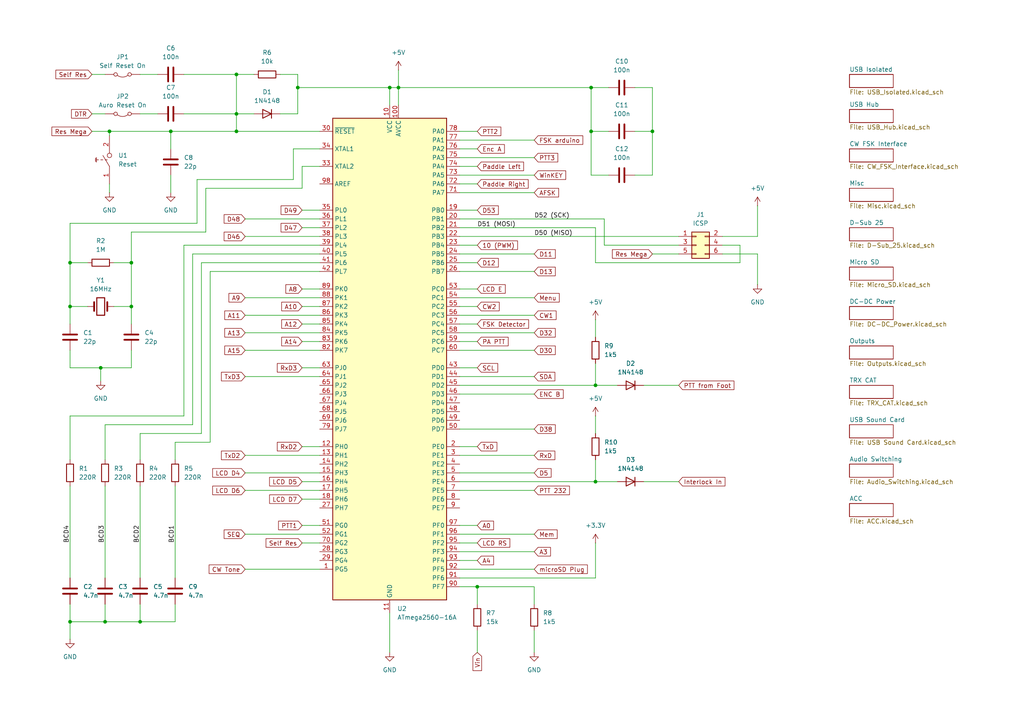
<source format=kicad_sch>
(kicad_sch (version 20231120) (generator "eeschema") (generator_version "8.0")
  (paper "A4")
  (title_block (title "Open Interface III") (date "2025-04-13") (rev "0.1") (company "Jonix"))
  (lib_symbols
    (symbol "C_1" (pin_numbers hide) (pin_names (offset 0.254))
      (property "Reference" "C6" (at 7.62 0 90))
      (property "Value" "100n" (at 5.08 0 90))
      (symbol "C_1_0_1"
        (polyline (pts (xy -2.032 -0.762) (xy 2.032 -0.762)) (stroke (width 0.508)))
        (polyline (pts (xy -2.032 0.762) (xy 2.032 0.762)) (stroke (width 0.508)))
      )
      (symbol "C_1_1_1"
        (pin passive line (at 0 3.81 270) (length 2.794) (name "~") (number "1"))
        (pin passive line (at 0 -3.81 90) (length 2.794) (name "~") (number "2"))
      )
    )
    (symbol "Device:C" (pin_numbers hide) (pin_names (offset 0.254))
      (property "Reference" "C" (at 0.635 2.54 0))
      (property "Value" "C" (at 0.635 -2.54 0))
      (symbol "C_0_1"
        (polyline (pts (xy -2.032 -0.762) (xy 2.032 -0.762)) (stroke (width 0.508)))
        (polyline (pts (xy -2.032 0.762) (xy 2.032 0.762)) (stroke (width 0.508)))
      )
      (symbol "C_1_1"
        (pin passive line (at 0 3.81 270) (length 2.794) (name "~") (number "1"))
        (pin passive line (at 0 -3.81 90) (length 2.794) (name "~") (number "2"))
      )
    )
    (symbol "Device:Crystal" (pin_numbers hide) (pin_names (offset 1.016) hide)
      (property "Reference" "Y" (at 0 3.81 0))
      (property "Value" "Crystal" (at 0 -3.81 0))
      (symbol "Crystal_0_1"
        (rectangle (start -1.143 2.54) (end 1.143 -2.54) (stroke (width 0.3048)))
        (polyline (pts (xy -2.54 0) (xy -1.905 0)))
        (polyline (pts (xy -1.905 -1.27) (xy -1.905 1.27)) (stroke (width 0.508)))
        (polyline (pts (xy 1.905 -1.27) (xy 1.905 1.27)) (stroke (width 0.508)))
        (polyline (pts (xy 2.54 0) (xy 1.905 0)))
      )
      (symbol "Crystal_1_1"
        (pin passive line (at -3.81 0 0) (length 1.27) (name "1") (number "1"))
        (pin passive line (at 3.81 0 180) (length 1.27) (name "2") (number "2"))
      )
    )
    (symbol "Device:R" (pin_numbers hide) (pin_names (offset 0))
      (property "Reference" "R" (at 2.032 0 90))
      (property "Value" "R" (at 0 0 90))
      (symbol "R_0_1"
        (rectangle (start -1.016 -2.54) (end 1.016 2.54) (stroke (width 0.254)))
      )
      (symbol "R_1_1"
        (pin passive line (at 0 3.81 270) (length 1.27) (name "~") (number "1"))
        (pin passive line (at 0 -3.81 90) (length 1.27) (name "~") (number "2"))
      )
    )
    (symbol "Diode:1N4148" (pin_numbers hide) (pin_names hide)
      (property "Reference" "D" (at 0 2.54 0))
      (property "Value" "1N4148" (at 0 -2.54 0))
      (symbol "1N4148_0_1"
        (polyline (pts (xy -1.27 1.27) (xy -1.27 -1.27)) (stroke (width 0.254)))
        (polyline (pts (xy 1.27 0) (xy -1.27 0)))
        (polyline (pts (xy 1.27 1.27) (xy 1.27 -1.27) (xy -1.27 0) (xy 1.27 1.27)) (stroke (width 0.254)))
      )
      (symbol "1N4148_1_1"
        (pin passive line (at -3.81 0 0) (length 2.54) (name "K") (number "1"))
        (pin passive line (at 3.81 0 180) (length 2.54) (name "A") (number "2"))
      )
    )
    (symbol "Jumper:Jumper_2_Bridged" (pin_numbers hide) (pin_names (offset 0) hide) (exclude_from_sim yes)
      (property "Reference" "JP" (at 0 1.905 0))
      (property "Value" "Jumper_2_Bridged" (at 0 -2.54 0))
      (symbol "Jumper_2_Bridged_0_0"
        (circle (center -2.032 0) (radius 0.508))
        (circle (center 2.032 0) (radius 0.508))
      )
      (symbol "Jumper_2_Bridged_0_1"
        (arc (start 1.524 0.254) (mid 0 0.762) (end -1.524 0.254))
      )
      (symbol "Jumper_2_Bridged_1_1"
        (pin passive line (at -5.08 0 0) (length 2.54) (name "A") (number "1"))
        (pin passive line (at 5.08 0 180) (length 2.54) (name "B") (number "2"))
      )
    )
    (symbol "MCU_Microchip_ATmega:ATmega2560-16A"
      (property "Reference" "U" (at 0 1.27 0))
      (property "Value" "ATmega2560-16A" (at 0 -1.27 0))
      (symbol "ATmega2560-16A_0_1"
        (rectangle (start -16.51 -69.85) (end 16.51 69.85) (stroke (width 0.254)) (fill (type background)))
      )
      (symbol "ATmega2560-16A_1_1"
        (pin bidirectional line (at -20.32 -60.96 0) (length 3.81) (name "PG5") (number "1"))
        (pin power_in line (at 0 73.66 270) (length 3.81) (name "VCC") (number "10"))
        (pin power_in line (at 2.54 73.66 270) (length 3.81) (name "AVCC") (number "100"))
        (pin power_in line (at 0 -73.66 90) (length 3.81) (name "GND") (number "11"))
        (pin bidirectional line (at -20.32 -25.4 0) (length 3.81) (name "PH0") (number "12"))
        (pin bidirectional line (at -20.32 -27.94 0) (length 3.81) (name "PH1") (number "13"))
        (pin bidirectional line (at -20.32 -30.48 0) (length 3.81) (name "PH2") (number "14"))
        (pin bidirectional line (at -20.32 -33.02 0) (length 3.81) (name "PH3") (number "15"))
        (pin bidirectional line (at -20.32 -35.56 0) (length 3.81) (name "PH4") (number "16"))
        (pin bidirectional line (at -20.32 -38.1 0) (length 3.81) (name "PH5") (number "17"))
        (pin bidirectional line (at -20.32 -40.64 0) (length 3.81) (name "PH6") (number "18"))
        (pin bidirectional line (at 20.32 43.18 180) (length 3.81) (name "PB0") (number "19"))
        (pin bidirectional line (at 20.32 -25.4 180) (length 3.81) (name "PE0") (number "2"))
        (pin bidirectional line (at 20.32 40.64 180) (length 3.81) (name "PB1") (number "20"))
        (pin bidirectional line (at 20.32 38.1 180) (length 3.81) (name "PB2") (number "21"))
        (pin bidirectional line (at 20.32 35.56 180) (length 3.81) (name "PB3") (number "22"))
        (pin bidirectional line (at 20.32 33.02 180) (length 3.81) (name "PB4") (number "23"))
        (pin bidirectional line (at 20.32 30.48 180) (length 3.81) (name "PB5") (number "24"))
        (pin bidirectional line (at 20.32 27.94 180) (length 3.81) (name "PB6") (number "25"))
        (pin bidirectional line (at 20.32 25.4 180) (length 3.81) (name "PB7") (number "26"))
        (pin bidirectional line (at -20.32 -43.18 0) (length 3.81) (name "PH7") (number "27"))
        (pin bidirectional line (at -20.32 -55.88 0) (length 3.81) (name "PG3") (number "28"))
        (pin bidirectional line (at -20.32 -58.42 0) (length 3.81) (name "PG4") (number "29"))
        (pin bidirectional line (at 20.32 -27.94 180) (length 3.81) (name "PE1") (number "3"))
        (pin input line (at -20.32 66.04 0) (length 3.81) (name "~{RESET}") (number "30"))
        (pin passive line (at 0 73.66 270) (length 3.81) hide (name "VCC") (number "31"))
        (pin passive line (at 0 -73.66 90) (length 3.81) hide (name "GND") (number "32"))
        (pin output line (at -20.32 55.88 0) (length 3.81) (name "XTAL2") (number "33"))
        (pin input line (at -20.32 60.96 0) (length 3.81) (name "XTAL1") (number "34"))
        (pin bidirectional line (at -20.32 43.18 0) (length 3.81) (name "PL0") (number "35"))
        (pin bidirectional line (at -20.32 40.64 0) (length 3.81) (name "PL1") (number "36"))
        (pin bidirectional line (at -20.32 38.1 0) (length 3.81) (name "PL2") (number "37"))
        (pin bidirectional line (at -20.32 35.56 0) (length 3.81) (name "PL3") (number "38"))
        (pin bidirectional line (at -20.32 33.02 0) (length 3.81) (name "PL4") (number "39"))
        (pin bidirectional line (at 20.32 -30.48 180) (length 3.81) (name "PE2") (number "4"))
        (pin bidirectional line (at -20.32 30.48 0) (length 3.81) (name "PL5") (number "40"))
        (pin bidirectional line (at -20.32 27.94 0) (length 3.81) (name "PL6") (number "41"))
        (pin bidirectional line (at -20.32 25.4 0) (length 3.81) (name "PL7") (number "42"))
        (pin bidirectional line (at 20.32 -2.54 180) (length 3.81) (name "PD0") (number "43"))
        (pin bidirectional line (at 20.32 -5.08 180) (length 3.81) (name "PD1") (number "44"))
        (pin bidirectional line (at 20.32 -7.62 180) (length 3.81) (name "PD2") (number "45"))
        (pin bidirectional line (at 20.32 -10.16 180) (length 3.81) (name "PD3") (number "46"))
        (pin bidirectional line (at 20.32 -12.7 180) (length 3.81) (name "PD4") (number "47"))
        (pin bidirectional line (at 20.32 -15.24 180) (length 3.81) (name "PD5") (number "48"))
        (pin bidirectional line (at 20.32 -17.78 180) (length 3.81) (name "PD6") (number "49"))
        (pin bidirectional line (at 20.32 -33.02 180) (length 3.81) (name "PE3") (number "5"))
        (pin bidirectional line (at 20.32 -20.32 180) (length 3.81) (name "PD7") (number "50"))
        (pin bidirectional line (at -20.32 -48.26 0) (length 3.81) (name "PG0") (number "51"))
        (pin bidirectional line (at -20.32 -50.8 0) (length 3.81) (name "PG1") (number "52"))
        (pin bidirectional line (at 20.32 20.32 180) (length 3.81) (name "PC0") (number "53"))
        (pin bidirectional line (at 20.32 17.78 180) (length 3.81) (name "PC1") (number "54"))
        (pin bidirectional line (at 20.32 15.24 180) (length 3.81) (name "PC2") (number "55"))
        (pin bidirectional line (at 20.32 12.7 180) (length 3.81) (name "PC3") (number "56"))
        (pin bidirectional line (at 20.32 10.16 180) (length 3.81) (name "PC4") (number "57"))
        (pin bidirectional line (at 20.32 7.62 180) (length 3.81) (name "PC5") (number "58"))
        (pin bidirectional line (at 20.32 5.08 180) (length 3.81) (name "PC6") (number "59"))
        (pin bidirectional line (at 20.32 -35.56 180) (length 3.81) (name "PE4") (number "6"))
        (pin bidirectional line (at 20.32 2.54 180) (length 3.81) (name "PC7") (number "60"))
        (pin passive line (at 0 73.66 270) (length 3.81) hide (name "VCC") (number "61"))
        (pin passive line (at 0 -73.66 90) (length 3.81) hide (name "GND") (number "62"))
        (pin bidirectional line (at -20.32 -2.54 0) (length 3.81) (name "PJ0") (number "63"))
        (pin bidirectional line (at -20.32 -5.08 0) (length 3.81) (name "PJ1") (number "64"))
        (pin bidirectional line (at -20.32 -7.62 0) (length 3.81) (name "PJ2") (number "65"))
        (pin bidirectional line (at -20.32 -10.16 0) (length 3.81) (name "PJ3") (number "66"))
        (pin bidirectional line (at -20.32 -12.7 0) (length 3.81) (name "PJ4") (number "67"))
        (pin bidirectional line (at -20.32 -15.24 0) (length 3.81) (name "PJ5") (number "68"))
        (pin bidirectional line (at -20.32 -17.78 0) (length 3.81) (name "PJ6") (number "69"))
        (pin bidirectional line (at 20.32 -38.1 180) (length 3.81) (name "PE5") (number "7"))
        (pin bidirectional line (at -20.32 -53.34 0) (length 3.81) (name "PG2") (number "70"))
        (pin bidirectional line (at 20.32 48.26 180) (length 3.81) (name "PA7") (number "71"))
        (pin bidirectional line (at 20.32 50.8 180) (length 3.81) (name "PA6") (number "72"))
        (pin bidirectional line (at 20.32 53.34 180) (length 3.81) (name "PA5") (number "73"))
        (pin bidirectional line (at 20.32 55.88 180) (length 3.81) (name "PA4") (number "74"))
        (pin bidirectional line (at 20.32 58.42 180) (length 3.81) (name "PA3") (number "75"))
        (pin bidirectional line (at 20.32 60.96 180) (length 3.81) (name "PA2") (number "76"))
        (pin bidirectional line (at 20.32 63.5 180) (length 3.81) (name "PA1") (number "77"))
        (pin bidirectional line (at 20.32 66.04 180) (length 3.81) (name "PA0") (number "78"))
        (pin bidirectional line (at -20.32 -20.32 0) (length 3.81) (name "PJ7") (number "79"))
        (pin bidirectional line (at 20.32 -40.64 180) (length 3.81) (name "PE6") (number "8"))
        (pin passive line (at 0 73.66 270) (length 3.81) hide (name "VCC") (number "80"))
        (pin passive line (at 0 -73.66 90) (length 3.81) hide (name "GND") (number "81"))
        (pin bidirectional line (at -20.32 2.54 0) (length 3.81) (name "PK7") (number "82"))
        (pin bidirectional line (at -20.32 5.08 0) (length 3.81) (name "PK6") (number "83"))
        (pin bidirectional line (at -20.32 7.62 0) (length 3.81) (name "PK5") (number "84"))
        (pin bidirectional line (at -20.32 10.16 0) (length 3.81) (name "PK4") (number "85"))
        (pin bidirectional line (at -20.32 12.7 0) (length 3.81) (name "PK3") (number "86"))
        (pin bidirectional line (at -20.32 15.24 0) (length 3.81) (name "PK2") (number "87"))
        (pin bidirectional line (at -20.32 17.78 0) (length 3.81) (name "PK1") (number "88"))
        (pin bidirectional line (at -20.32 20.32 0) (length 3.81) (name "PK0") (number "89"))
        (pin bidirectional line (at 20.32 -43.18 180) (length 3.81) (name "PE7") (number "9"))
        (pin bidirectional line (at 20.32 -66.04 180) (length 3.81) (name "PF7") (number "90"))
        (pin bidirectional line (at 20.32 -63.5 180) (length 3.81) (name "PF6") (number "91"))
        (pin bidirectional line (at 20.32 -60.96 180) (length 3.81) (name "PF5") (number "92"))
        (pin bidirectional line (at 20.32 -58.42 180) (length 3.81) (name "PF4") (number "93"))
        (pin bidirectional line (at 20.32 -55.88 180) (length 3.81) (name "PF3") (number "94"))
        (pin bidirectional line (at 20.32 -53.34 180) (length 3.81) (name "PF2") (number "95"))
        (pin bidirectional line (at 20.32 -50.8 180) (length 3.81) (name "PF1") (number "96"))
        (pin bidirectional line (at 20.32 -48.26 180) (length 3.81) (name "PF0") (number "97"))
        (pin passive line (at -20.32 50.8 0) (length 3.81) (name "AREF") (number "98"))
        (pin passive line (at 0 -73.66 90) (length 3.81) hide (name "GND") (number "99"))
      )
    )
    (symbol "My_Parts:6-pin_ISP_connector" (pin_names (offset 1.016) hide)
      (property "Reference" "J" (at 1.27 5.08 0))
      (property "Value" "6-pin_ISP_connector" (at 1.27 -5.08 0))
      (symbol "6-pin_ISP_connector_1_1"
        (rectangle (start -1.27 -2.413) (end 0 -2.667) (stroke (width 0.1524)))
        (rectangle (start -1.27 0.127) (end 0 -0.127) (stroke (width 0.1524)))
        (rectangle (start -1.27 2.667) (end 0 2.413) (stroke (width 0.1524)))
        (rectangle (start -1.27 3.81) (end 3.81 -3.81) (stroke (width 0.254)) (fill (type background)))
        (rectangle (start 3.81 -2.413) (end 2.54 -2.667) (stroke (width 0.1524)))
        (rectangle (start 3.81 0.127) (end 2.54 -0.127) (stroke (width 0.1524)))
        (rectangle (start 3.81 2.667) (end 2.54 2.413) (stroke (width 0.1524)))
        (pin passive line (at -5.08 2.54 0) (length 3.81) (name "Pin_1") (number "1"))
        (pin passive line (at 7.62 2.54 180) (length 3.81) (name "Pin_2") (number "2"))
        (pin passive line (at -5.08 0 0) (length 3.81) (name "Pin_3") (number "3"))
        (pin passive line (at 7.62 0 180) (length 3.81) (name "Pin_4") (number "4"))
        (pin passive line (at -5.08 -2.54 0) (length 3.81) (name "Pin_5") (number "5"))
        (pin passive line (at 7.62 -2.54 180) (length 3.81) (name "Pin_6") (number "6"))
      )
    )
    (symbol "My_Parts:Switch" (pin_names hide)
      (property "Reference" "U" (at 6.985 6.35 0))
      (property "Value" "Switch" (at 7.62 -4.445 0))
      (symbol "Switch_0_1"
        (polyline (pts (xy 5.08 0) (xy 8.255 1.905)) (stroke (width 0.1524)))
        (polyline (pts (xy 6.35 3.81) (xy 7.62 3.81)) (stroke (width 0.1524)))
        (polyline (pts (xy 6.985 0.635) (xy 6.985 1.27)) (stroke (width 0.1524)))
        (polyline (pts (xy 6.985 1.905) (xy 6.985 2.54)) (stroke (width 0.1524)))
        (polyline (pts (xy 6.985 3.175) (xy 6.985 3.81)) (stroke (width 0.1524)))
        (arc (start 7.62 3.81) (mid 6.985 4.073) (end 6.35 3.81) (stroke (width 0.1524)))
        (circle (center 8.255 0) (radius 0.635) (stroke (width 0.1524)))
      )
      (symbol "Switch_1_1"
        (pin passive line (at 0 0 0) (length 5.08) (name "Com") (number "1"))
        (pin passive line (at 13.97 0 180) (length 5.08) (name "NO") (number "2"))
      )
    )
    (symbol "power:+3.3V" (power) (pin_numbers hide) (pin_names (offset 0) hide)
      (property "Value" "+3.3V" (at 0 3.556 0))
      (symbol "+3.3V_0_1"
        (polyline (pts (xy -0.762 1.27) (xy 0 2.54)))
        (polyline (pts (xy 0 0) (xy 0 2.54)))
        (polyline (pts (xy 0 2.54) (xy 0.762 1.27)))
      )
      (symbol "+3.3V_1_1"
        (pin power_in line (at 0 0 90) (length 0) (name "~") (number "1"))
      )
    )
    (symbol "power:+5V" (power) (pin_numbers hide) (pin_names (offset 0) hide)
      (property "Value" "+5V" (at 0 3.556 0))
      (symbol "+5V_0_1"
        (polyline (pts (xy -0.762 1.27) (xy 0 2.54)))
        (polyline (pts (xy 0 0) (xy 0 2.54)))
        (polyline (pts (xy 0 2.54) (xy 0.762 1.27)))
      )
      (symbol "+5V_1_1"
        (pin power_in line (at 0 0 90) (length 0) (name "~") (number "1"))
      )
    )
    (symbol "power:GND" (power) (pin_numbers hide) (pin_names (offset 0) hide)
      (property "Value" "GND" (at 0 -3.81 0))
      (symbol "GND_0_1"
        (polyline (pts (xy 0 0) (xy 0 -1.27) (xy 1.27 -1.27) (xy 0 -2.54) (xy -1.27 -1.27) (xy 0 -1.27)))
      )
      (symbol "GND_1_1"
        (pin power_in line (at 0 0 270) (length 0) (name "~") (number "1"))
      )
    )
  )
  (junction (at 172.72 139.7))
  (junction (at 138.43 170.18))
  (junction (at 29.21 106.68))
  (junction (at 20.32 88.9))
  (junction (at 38.1 76.2))
  (junction (at 115.57 25.4))
  (junction (at 20.32 180.34))
  (junction (at 86.36 25.4))
  (junction (at 171.45 38.1))
  (junction (at 20.32 76.2))
  (junction (at 171.45 25.4))
  (junction (at 40.64 180.34))
  (junction (at 38.1 88.9))
  (junction (at 113.03 25.4))
  (junction (at 49.53 38.1))
  (junction (at 189.23 38.1))
  (junction (at 68.58 33.02))
  (junction (at 172.72 111.76))
  (junction (at 68.58 21.59))
  (junction (at 68.58 38.1))
  (junction (at 31.75 38.1))
  (junction (at 30.48 180.34))
  (wire (pts (xy 53.34 21.59) (xy 68.58 21.59)))
  (wire (pts (xy 133.35 88.9) (xy 138.43 88.9)))
  (wire (pts (xy 30.48 140.97) (xy 30.48 167.64)))
  (wire (pts (xy 209.55 71.12) (xy 214.63 71.12)))
  (wire (pts (xy 133.35 129.54) (xy 138.43 129.54)))
  (wire (pts (xy 133.35 83.82) (xy 138.43 83.82)))
  (wire (pts (xy 133.35 106.68) (xy 138.43 106.68)))
  (wire (pts (xy 115.57 20.32) (xy 115.57 25.4)))
  (wire (pts (xy 113.03 30.48) (xy 113.03 25.4)))
  (wire (pts (xy 133.35 111.76) (xy 172.72 111.76)))
  (wire (pts (xy 113.03 25.4) (xy 86.36 25.4)))
  (wire (pts (xy 133.35 165.1) (xy 154.94 165.1)))
  (wire (pts (xy 40.64 140.97) (xy 40.64 167.64)))
  (wire (pts (xy 92.71 101.6) (xy 71.12 101.6)))
  (wire (pts (xy 184.15 38.1) (xy 189.23 38.1)))
  (wire (pts (xy 53.34 33.02) (xy 68.58 33.02)))
  (wire (pts (xy 92.71 152.4) (xy 87.63 152.4)))
  (wire (pts (xy 85.09 43.18) (xy 92.71 43.18)))
  (wire (pts (xy 49.53 43.18) (xy 49.53 38.1)))
  (wire (pts (xy 175.26 71.12) (xy 175.26 63.5)))
  (wire (pts (xy 85.09 52.07) (xy 85.09 43.18)))
  (wire (pts (xy 86.36 25.4) (xy 86.36 33.02)))
  (wire (pts (xy 189.23 50.8) (xy 184.15 50.8)))
  (wire (pts (xy 115.57 25.4) (xy 171.45 25.4)))
  (wire (pts (xy 68.58 21.59) (xy 68.58 33.02)))
  (wire (pts (xy 92.71 63.5) (xy 71.12 63.5)))
  (wire (pts (xy 133.35 53.34) (xy 138.43 53.34)))
  (wire (pts (xy 219.71 73.66) (xy 209.55 73.66)))
  (wire (pts (xy 92.71 154.94) (xy 71.12 154.94)))
  (wire (pts (xy 133.35 152.4) (xy 138.43 152.4)))
  (wire (pts (xy 133.35 124.46) (xy 154.94 124.46)))
  (wire (pts (xy 133.35 78.74) (xy 154.94 78.74)))
  (wire (pts (xy 133.35 162.56) (xy 138.43 162.56)))
  (wire (pts (xy 92.71 48.26) (xy 87.63 48.26)))
  (wire (pts (xy 138.43 170.18) (xy 138.43 175.26)))
  (wire (pts (xy 92.71 132.08) (xy 71.12 132.08)))
  (wire (pts (xy 20.32 133.35) (xy 20.32 120.65)))
  (wire (pts (xy 133.35 99.06) (xy 138.43 99.06)))
  (wire (pts (xy 38.1 67.31) (xy 59.69 67.31)))
  (wire (pts (xy 30.48 175.26) (xy 30.48 180.34)))
  (wire (pts (xy 133.35 142.24) (xy 154.94 142.24)))
  (wire (pts (xy 133.35 132.08) (xy 154.94 132.08)))
  (wire (pts (xy 172.72 92.71) (xy 172.72 97.79)))
  (wire (pts (xy 31.75 38.1) (xy 31.75 39.37)))
  (wire (pts (xy 133.35 71.12) (xy 138.43 71.12)))
  (wire (pts (xy 31.75 38.1) (xy 49.53 38.1)))
  (wire (pts (xy 92.71 99.06) (xy 87.63 99.06)))
  (wire (pts (xy 87.63 54.61) (xy 59.69 54.61)))
  (wire (pts (xy 92.71 165.1) (xy 71.12 165.1)))
  (wire (pts (xy 133.35 66.04) (xy 172.72 66.04)))
  (wire (pts (xy 86.36 21.59) (xy 86.36 25.4)))
  (wire (pts (xy 133.35 55.88) (xy 154.94 55.88)))
  (wire (pts (xy 172.72 76.2) (xy 214.63 76.2)))
  (wire (pts (xy 29.21 106.68) (xy 29.21 110.49)))
  (wire (pts (xy 30.48 123.19) (xy 30.48 133.35)))
  (wire (pts (xy 26.67 21.59) (xy 30.48 21.59)))
  (wire (pts (xy 214.63 76.2) (xy 214.63 71.12)))
  (wire (pts (xy 40.64 33.02) (xy 45.72 33.02)))
  (wire (pts (xy 115.57 25.4) (xy 115.57 30.48)))
  (wire (pts (xy 133.35 101.6) (xy 154.94 101.6)))
  (wire (pts (xy 171.45 25.4) (xy 176.53 25.4)))
  (wire (pts (xy 133.35 45.72) (xy 154.94 45.72)))
  (wire (pts (xy 60.96 128.27) (xy 60.96 78.74)))
  (wire (pts (xy 20.32 120.65) (xy 53.34 120.65)))
  (wire (pts (xy 81.28 21.59) (xy 86.36 21.59)))
  (wire (pts (xy 133.35 93.98) (xy 138.43 93.98)))
  (wire (pts (xy 40.64 133.35) (xy 40.64 125.73)))
  (wire (pts (xy 92.71 73.66) (xy 55.88 73.66)))
  (wire (pts (xy 38.1 106.68) (xy 29.21 106.68)))
  (wire (pts (xy 73.66 21.59) (xy 68.58 21.59)))
  (wire (pts (xy 20.32 106.68) (xy 20.32 101.6)))
  (wire (pts (xy 92.71 106.68) (xy 87.63 106.68)))
  (wire (pts (xy 133.35 160.02) (xy 154.94 160.02)))
  (wire (pts (xy 92.71 68.58) (xy 71.12 68.58)))
  (wire (pts (xy 50.8 180.34) (xy 50.8 175.26)))
  (wire (pts (xy 29.21 106.68) (xy 20.32 106.68)))
  (wire (pts (xy 172.72 105.41) (xy 172.72 111.76)))
  (wire (pts (xy 133.35 109.22) (xy 154.94 109.22)))
  (wire (pts (xy 92.71 96.52) (xy 71.12 96.52)))
  (wire (pts (xy 20.32 88.9) (xy 20.32 76.2)))
  (wire (pts (xy 57.15 52.07) (xy 85.09 52.07)))
  (wire (pts (xy 30.48 180.34) (xy 40.64 180.34)))
  (wire (pts (xy 50.8 140.97) (xy 50.8 167.64)))
  (wire (pts (xy 20.32 180.34) (xy 20.32 185.42)))
  (wire (pts (xy 184.15 25.4) (xy 189.23 25.4)))
  (wire (pts (xy 33.02 88.9) (xy 38.1 88.9)))
  (wire (pts (xy 55.88 123.19) (xy 30.48 123.19)))
  (wire (pts (xy 92.71 93.98) (xy 87.63 93.98)))
  (wire (pts (xy 40.64 125.73) (xy 58.42 125.73)))
  (wire (pts (xy 20.32 76.2) (xy 25.4 76.2)))
  (wire (pts (xy 172.72 111.76) (xy 179.07 111.76)))
  (wire (pts (xy 186.69 111.76) (xy 196.85 111.76)))
  (wire (pts (xy 175.26 63.5) (xy 133.35 63.5)))
  (wire (pts (xy 133.35 73.66) (xy 154.94 73.66)))
  (wire (pts (xy 92.71 86.36) (xy 71.12 86.36)))
  (wire (pts (xy 68.58 38.1) (xy 92.71 38.1)))
  (wire (pts (xy 133.35 139.7) (xy 172.72 139.7)))
  (wire (pts (xy 20.32 88.9) (xy 25.4 88.9)))
  (wire (pts (xy 133.35 114.3) (xy 154.94 114.3)))
  (wire (pts (xy 133.35 68.58) (xy 196.85 68.58)))
  (wire (pts (xy 113.03 177.8) (xy 113.03 189.23)))
  (wire (pts (xy 92.71 109.22) (xy 71.12 109.22)))
  (wire (pts (xy 57.15 64.77) (xy 57.15 52.07)))
  (wire (pts (xy 49.53 38.1) (xy 68.58 38.1)))
  (wire (pts (xy 58.42 125.73) (xy 58.42 76.2)))
  (wire (pts (xy 133.35 76.2) (xy 138.43 76.2)))
  (wire (pts (xy 176.53 50.8) (xy 171.45 50.8)))
  (wire (pts (xy 171.45 38.1) (xy 176.53 38.1)))
  (wire (pts (xy 138.43 182.88) (xy 138.43 189.23)))
  (wire (pts (xy 55.88 73.66) (xy 55.88 123.19)))
  (wire (pts (xy 38.1 76.2) (xy 38.1 88.9)))
  (wire (pts (xy 92.71 60.96) (xy 87.63 60.96)))
  (wire (pts (xy 92.71 139.7) (xy 87.63 139.7)))
  (wire (pts (xy 189.23 38.1) (xy 189.23 50.8)))
  (wire (pts (xy 20.32 93.98) (xy 20.32 88.9)))
  (wire (pts (xy 53.34 71.12) (xy 92.71 71.12)))
  (wire (pts (xy 186.69 139.7) (xy 196.85 139.7)))
  (wire (pts (xy 138.43 170.18) (xy 154.94 170.18)))
  (wire (pts (xy 172.72 66.04) (xy 172.72 76.2)))
  (wire (pts (xy 50.8 128.27) (xy 60.96 128.27)))
  (wire (pts (xy 133.35 86.36) (xy 154.94 86.36)))
  (wire (pts (xy 92.71 91.44) (xy 71.12 91.44)))
  (wire (pts (xy 92.71 144.78) (xy 87.63 144.78)))
  (wire (pts (xy 133.35 48.26) (xy 138.43 48.26)))
  (wire (pts (xy 33.02 76.2) (xy 38.1 76.2)))
  (wire (pts (xy 172.72 157.48) (xy 172.72 167.64)))
  (wire (pts (xy 189.23 73.66) (xy 196.85 73.66)))
  (wire (pts (xy 92.71 137.16) (xy 71.12 137.16)))
  (wire (pts (xy 133.35 157.48) (xy 138.43 157.48)))
  (wire (pts (xy 133.35 38.1) (xy 138.43 38.1)))
  (wire (pts (xy 133.35 96.52) (xy 154.94 96.52)))
  (wire (pts (xy 59.69 54.61) (xy 59.69 67.31)))
  (wire (pts (xy 58.42 76.2) (xy 92.71 76.2)))
  (wire (pts (xy 133.35 60.96) (xy 138.43 60.96)))
  (wire (pts (xy 60.96 78.74) (xy 92.71 78.74)))
  (wire (pts (xy 92.71 142.24) (xy 71.12 142.24)))
  (wire (pts (xy 196.85 71.12) (xy 175.26 71.12)))
  (wire (pts (xy 189.23 25.4) (xy 189.23 38.1)))
  (wire (pts (xy 133.35 170.18) (xy 138.43 170.18)))
  (wire (pts (xy 53.34 120.65) (xy 53.34 71.12)))
  (wire (pts (xy 40.64 180.34) (xy 50.8 180.34)))
  (wire (pts (xy 171.45 50.8) (xy 171.45 38.1)))
  (wire (pts (xy 31.75 53.34) (xy 31.75 55.88)))
  (wire (pts (xy 154.94 182.88) (xy 154.94 189.23)))
  (wire (pts (xy 87.63 48.26) (xy 87.63 54.61)))
  (wire (pts (xy 133.35 137.16) (xy 154.94 137.16)))
  (wire (pts (xy 20.32 64.77) (xy 20.32 76.2)))
  (wire (pts (xy 209.55 68.58) (xy 219.71 68.58)))
  (wire (pts (xy 92.71 129.54) (xy 87.63 129.54)))
  (wire (pts (xy 172.72 120.65) (xy 172.72 125.73)))
  (wire (pts (xy 172.72 139.7) (xy 179.07 139.7)))
  (wire (pts (xy 38.1 67.31) (xy 38.1 76.2)))
  (wire (pts (xy 38.1 88.9) (xy 38.1 93.98)))
  (wire (pts (xy 20.32 64.77) (xy 57.15 64.77)))
  (wire (pts (xy 20.32 180.34) (xy 30.48 180.34)))
  (wire (pts (xy 133.35 50.8) (xy 154.94 50.8)))
  (wire (pts (xy 133.35 40.64) (xy 154.94 40.64)))
  (wire (pts (xy 49.53 50.8) (xy 49.53 55.88)))
  (wire (pts (xy 68.58 33.02) (xy 73.66 33.02)))
  (wire (pts (xy 92.71 83.82) (xy 87.63 83.82)))
  (wire (pts (xy 40.64 21.59) (xy 45.72 21.59)))
  (wire (pts (xy 133.35 43.18) (xy 138.43 43.18)))
  (wire (pts (xy 26.67 33.02) (xy 30.48 33.02)))
  (wire (pts (xy 92.71 157.48) (xy 87.63 157.48)))
  (wire (pts (xy 219.71 68.58) (xy 219.71 59.69)))
  (wire (pts (xy 40.64 175.26) (xy 40.64 180.34)))
  (wire (pts (xy 92.71 66.04) (xy 87.63 66.04)))
  (wire (pts (xy 172.72 167.64) (xy 133.35 167.64)))
  (wire (pts (xy 81.28 33.02) (xy 86.36 33.02)))
  (wire (pts (xy 133.35 91.44) (xy 154.94 91.44)))
  (wire (pts (xy 154.94 170.18) (xy 154.94 175.26)))
  (wire (pts (xy 20.32 175.26) (xy 20.32 180.34)))
  (wire (pts (xy 133.35 154.94) (xy 154.94 154.94)))
  (wire (pts (xy 172.72 133.35) (xy 172.72 139.7)))
  (wire (pts (xy 20.32 140.97) (xy 20.32 167.64)))
  (wire (pts (xy 26.67 38.1) (xy 31.75 38.1)))
  (wire (pts (xy 38.1 101.6) (xy 38.1 106.68)))
  (wire (pts (xy 113.03 25.4) (xy 115.57 25.4)))
  (wire (pts (xy 92.71 88.9) (xy 87.63 88.9)))
  (wire (pts (xy 50.8 133.35) (xy 50.8 128.27)))
  (wire (pts (xy 219.71 82.55) (xy 219.71 73.66)))
  (wire (pts (xy 68.58 33.02) (xy 68.58 38.1)))
  (wire (pts (xy 171.45 38.1) (xy 171.45 25.4)))
  (label "D50 (MISO)" (at 154.94 68.58 0))
  (label "BCD2" (at 40.64 157.48 90))
  (label "BCD4" (at 20.32 157.48 90))
  (label "D52 (SCK)" (at 154.94 63.5 0))
  (label "D51 (MOSI)" (at 138.43 66.04 0))
  (label "BCD1" (at 50.8 157.48 90))
  (label "BCD3" (at 30.48 157.48 90))
  (global_label "SDA" (shape input) (at 154.94 109.22 0) (property "Intersheetrefs" "${INTERSHEET_REFS}" (effects (hide yes))))
  (global_label "Paddle Left" (shape input) (at 138.43 48.26 0) (property "Intersheetrefs" "${INTERSHEET_REFS}" (effects (hide yes))))
  (global_label "D11" (shape input) (at 154.94 73.66 0) (property "Intersheetrefs" "${INTERSHEET_REFS}" (effects (hide yes))))
  (global_label "ENC B" (shape input) (at 154.94 114.3 0) (property "Intersheetrefs" "${INTERSHEET_REFS}" (effects (hide yes))))
  (global_label "Res Mega" (shape input) (at 26.67 38.1 180) (property "Intersheetrefs" "${INTERSHEET_REFS}" (effects (hide yes))))
  (global_label "LCD D4" (shape input) (at 71.12 137.16 180) (property "Intersheetrefs" "${INTERSHEET_REFS}" (effects (hide yes))))
  (global_label "D47" (shape input) (at 87.63 66.04 180) (property "Intersheetrefs" "${INTERSHEET_REFS}" (effects (hide yes))))
  (global_label "LCD RS" (shape input) (at 138.43 157.48 0) (property "Intersheetrefs" "${INTERSHEET_REFS}" (effects (hide yes))))
  (global_label "PTT from Foot" (shape input) (at 196.85 111.76 0) (property "Intersheetrefs" "${INTERSHEET_REFS}" (effects (hide yes))))
  (global_label "D30" (shape input) (at 154.94 101.6 0) (property "Intersheetrefs" "${INTERSHEET_REFS}" (effects (hide yes))))
  (global_label "Self Res" (shape input) (at 26.67 21.59 180) (property "Intersheetrefs" "${INTERSHEET_REFS}" (effects (hide yes))))
  (global_label "D13" (shape input) (at 154.94 78.74 0) (property "Intersheetrefs" "${INTERSHEET_REFS}" (effects (hide yes))))
  (global_label "A4" (shape input) (at 138.43 162.56 0) (property "Intersheetrefs" "${INTERSHEET_REFS}" (effects (hide yes))))
  (global_label "microSD Plug" (shape input) (at 154.94 165.1 0) (property "Intersheetrefs" "${INTERSHEET_REFS}" (effects (hide yes))))
  (global_label "PA PTT" (shape input) (at 138.43 99.06 0) (property "Intersheetrefs" "${INTERSHEET_REFS}" (effects (hide yes))))
  (global_label "A8" (shape input) (at 87.63 83.82 180) (property "Intersheetrefs" "${INTERSHEET_REFS}" (effects (hide yes))))
  (global_label "TxD3" (shape input) (at 71.12 109.22 180) (property "Intersheetrefs" "${INTERSHEET_REFS}" (effects (hide yes))))
  (global_label "D38" (shape input) (at 154.94 124.46 0) (property "Intersheetrefs" "${INTERSHEET_REFS}" (effects (hide yes))))
  (global_label "PTT3" (shape input) (at 154.94 45.72 0) (property "Intersheetrefs" "${INTERSHEET_REFS}" (effects (hide yes))))
  (global_label "Res Mega" (shape input) (at 189.23 73.66 180) (property "Intersheetrefs" "${INTERSHEET_REFS}" (effects (hide yes))))
  (global_label "A12" (shape input) (at 87.63 93.98 180) (property "Intersheetrefs" "${INTERSHEET_REFS}" (effects (hide yes))))
  (global_label "Paddle Right" (shape input) (at 138.43 53.34 0) (property "Intersheetrefs" "${INTERSHEET_REFS}" (effects (hide yes))))
  (global_label "CW1" (shape input) (at 154.94 91.44 0) (property "Intersheetrefs" "${INTERSHEET_REFS}" (effects (hide yes))))
  (global_label "SEQ" (shape input) (at 71.12 154.94 180) (property "Intersheetrefs" "${INTERSHEET_REFS}" (effects (hide yes))))
  (global_label "A9" (shape input) (at 71.12 86.36 180) (property "Intersheetrefs" "${INTERSHEET_REFS}" (effects (hide yes))))
  (global_label "TxD" (shape input) (at 138.43 129.54 0) (property "Intersheetrefs" "${INTERSHEET_REFS}" (effects (hide yes))))
  (global_label "LCD D6" (shape input) (at 71.12 142.24 180) (property "Intersheetrefs" "${INTERSHEET_REFS}" (effects (hide yes))))
  (global_label "LCD E" (shape input) (at 138.43 83.82 0) (property "Intersheetrefs" "${INTERSHEET_REFS}" (effects (hide yes))))
  (global_label "D48" (shape input) (at 71.12 63.5 180) (property "Intersheetrefs" "${INTERSHEET_REFS}" (effects (hide yes))))
  (global_label "Self Res" (shape input) (at 87.63 157.48 180) (property "Intersheetrefs" "${INTERSHEET_REFS}" (effects (hide yes))))
  (global_label "RxD" (shape input) (at 154.94 132.08 0) (property "Intersheetrefs" "${INTERSHEET_REFS}" (effects (hide yes))))
  (global_label "FSK arduino" (shape input) (at 154.94 40.64 0) (property "Intersheetrefs" "${INTERSHEET_REFS}" (effects (hide yes))))
  (global_label "10 (PWM)" (shape input) (at 138.43 71.12 0) (property "Intersheetrefs" "${INTERSHEET_REFS}" (effects (hide yes))))
  (global_label "D5" (shape input) (at 154.94 137.16 0) (property "Intersheetrefs" "${INTERSHEET_REFS}" (effects (hide yes))))
  (global_label "TxD2" (shape input) (at 71.12 132.08 180) (property "Intersheetrefs" "${INTERSHEET_REFS}" (effects (hide yes))))
  (global_label "CW Tone" (shape input) (at 71.12 165.1 180) (property "Intersheetrefs" "${INTERSHEET_REFS}" (effects (hide yes))))
  (global_label "A10" (shape input) (at 87.63 88.9 180) (property "Intersheetrefs" "${INTERSHEET_REFS}" (effects (hide yes))))
  (global_label "Interlock In" (shape input) (at 196.85 139.7 0) (property "Intersheetrefs" "${INTERSHEET_REFS}" (effects (hide yes))))
  (global_label "D46" (shape input) (at 71.12 68.58 180) (property "Intersheetrefs" "${INTERSHEET_REFS}" (effects (hide yes))))
  (global_label "CW2" (shape input) (at 138.43 88.9 0) (property "Intersheetrefs" "${INTERSHEET_REFS}" (effects (hide yes))))
  (global_label "D32" (shape input) (at 154.94 96.52 0) (property "Intersheetrefs" "${INTERSHEET_REFS}" (effects (hide yes))))
  (global_label "RxD3" (shape input) (at 87.63 106.68 180) (property "Intersheetrefs" "${INTERSHEET_REFS}" (effects (hide yes))))
  (global_label "A13" (shape input) (at 71.12 96.52 180) (property "Intersheetrefs" "${INTERSHEET_REFS}" (effects (hide yes))))
  (global_label "DTR" (shape input) (at 26.67 33.02 180) (property "Intersheetrefs" "${INTERSHEET_REFS}" (effects (hide yes))))
  (global_label "LCD D7" (shape input) (at 87.63 144.78 180) (property "Intersheetrefs" "${INTERSHEET_REFS}" (effects (hide yes))))
  (global_label "FSK Detector" (shape input) (at 138.43 93.98 0) (property "Intersheetrefs" "${INTERSHEET_REFS}" (effects (hide yes))))
  (global_label "A3" (shape input) (at 154.94 160.02 0) (property "Intersheetrefs" "${INTERSHEET_REFS}" (effects (hide yes))))
  (global_label "AFSK" (shape input) (at 154.94 55.88 0) (property "Intersheetrefs" "${INTERSHEET_REFS}" (effects (hide yes))))
  (global_label "LCD D5" (shape input) (at 87.63 139.7 180) (property "Intersheetrefs" "${INTERSHEET_REFS}" (effects (hide yes))))
  (global_label "Menu" (shape input) (at 154.94 86.36 0) (property "Intersheetrefs" "${INTERSHEET_REFS}" (effects (hide yes))))
  (global_label "A15" (shape input) (at 71.12 101.6 180) (property "Intersheetrefs" "${INTERSHEET_REFS}" (effects (hide yes))))
  (global_label "WinKEY" (shape input) (at 154.94 50.8 0) (property "Intersheetrefs" "${INTERSHEET_REFS}" (effects (hide yes))))
  (global_label "RxD2" (shape input) (at 87.63 129.54 180) (property "Intersheetrefs" "${INTERSHEET_REFS}" (effects (hide yes))))
  (global_label "A0" (shape input) (at 138.43 152.4 0) (property "Intersheetrefs" "${INTERSHEET_REFS}" (effects (hide yes))))
  (global_label "PTT 232" (shape input) (at 154.94 142.24 0) (property "Intersheetrefs" "${INTERSHEET_REFS}" (effects (hide yes))))
  (global_label "PTT2" (shape input) (at 138.43 38.1 0) (property "Intersheetrefs" "${INTERSHEET_REFS}" (effects (hide yes))))
  (global_label "D53" (shape input) (at 138.43 60.96 0) (property "Intersheetrefs" "${INTERSHEET_REFS}" (effects (hide yes))))
  (global_label "Enc A" (shape input) (at 138.43 43.18 0) (property "Intersheetrefs" "${INTERSHEET_REFS}" (effects (hide yes))))
  (global_label "Mem" (shape input) (at 154.94 154.94 0) (property "Intersheetrefs" "${INTERSHEET_REFS}" (effects (hide yes))))
  (global_label "D12" (shape input) (at 138.43 76.2 0) (property "Intersheetrefs" "${INTERSHEET_REFS}" (effects (hide yes))))
  (global_label "PTT1" (shape input) (at 87.63 152.4 180) (property "Intersheetrefs" "${INTERSHEET_REFS}" (effects (hide yes))))
  (global_label "SCL" (shape input) (at 138.43 106.68 0) (property "Intersheetrefs" "${INTERSHEET_REFS}" (effects (hide yes))))
  (global_label "A11" (shape input) (at 71.12 91.44 180) (property "Intersheetrefs" "${INTERSHEET_REFS}" (effects (hide yes))))
  (global_label "D49" (shape input) (at 87.63 60.96 180) (property "Intersheetrefs" "${INTERSHEET_REFS}" (effects (hide yes))))
  (global_label "Vin" (shape input) (at 138.43 189.23 270) (property "Intersheetrefs" "${INTERSHEET_REFS}" (effects (hide yes))))
  (global_label "A14" (shape input) (at 87.63 99.06 180) (property "Intersheetrefs" "${INTERSHEET_REFS}" (effects (hide yes))))
  (symbol (lib_id "Diode:1N4148") (at 182.88 139.7 0) (mirror y) (unit 1)
    (property "Reference" "D3" (at 182.88 133.35 0))
    (property "Value" "1N4148" (at 182.88 135.89 0))
    (property "Footprint" "Diode_SMD:D_SOD-523" (effects (hide yes)))
    (property "Datasheet" "https://assets.nexperia.com/documents/data-sheet/1N4148_1N4448.pdf" (effects (hide yes)))
    (property "Description" "100V 0.15A standard switching diode, DO-35" (effects (hide yes)))
    (property "Sim.Device" "D" (effects (hide yes)))
    (property "Sim.Pins" "1=K 2=A" (effects (hide yes)))
  )
  (symbol (lib_id "My_Parts:Switch") (at 31.75 53.34 90) (unit 1)
    (property "Reference" "U1" (at 34.29 45.0849 90) (effects (justify right)))
    (property "Value" "Reset" (at 34.29 47.6249 90) (effects (justify right)))
    (property "Footprint" "MyFootprints:2-pin JST Switch" (effects (hide yes)))
  )
  (symbol (lib_id "Device:R") (at 20.32 137.16 0) (unit 1)
    (property "Reference" "R1" (at 22.86 135.8899 0) (effects (justify left)))
    (property "Value" "220R" (at 22.86 138.4299 0) (effects (justify left)))
    (property "Footprint" "Resistor_SMD:R_0201_0603Metric" (effects (hide yes)))
    (property "Description" "Resistor" (effects (hide yes)))
    (property "MPN" "C1226 " (effects (hide yes)))
  )
  (symbol (lib_id "power:+5V") (at 172.72 92.71 0) (unit 1)
    (property "Reference" "#PWR8" (effects (hide yes)))
    (property "Value" "+5V" (at 172.72 87.63 0))
    (property "Description" "Power symbol creates a global label with name \"+5V\"" (effects (hide yes)))
  )
  (symbol (lib_id "Device:C") (at 49.53 46.99 0) (unit 1)
    (property "Reference" "C8" (at 53.34 45.7199 0) (effects (justify left)))
    (property "Value" "22p" (at 53.34 48.2599 0) (effects (justify left)))
    (property "Footprint" "Capacitor_SMD:C_0201_0603Metric" (effects (hide yes)))
    (property "Description" "Unpolarized capacitor" (effects (hide yes)))
    (property "MPN" "C1653" (effects (hide yes)))
  )
  (symbol (lib_id "Device:C") (at 40.64 171.45 0) (unit 1)
    (property "Reference" "C5" (at 44.45 170.1799 0) (effects (justify left)))
    (property "Value" "4.7n" (at 44.45 172.7199 0) (effects (justify left)))
    (property "Footprint" "Capacitor_SMD:C_0201_0603Metric" (effects (hide yes)))
    (property "Description" "Unpolarized capacitor" (effects (hide yes)))
    (property "MPN" "C1621" (effects (hide yes)))
  )
  (symbol (lib_id "Device:C") (at 49.53 33.02 90) (unit 1)
    (property "Reference" "C7" (at 49.53 25.4 90))
    (property "Value" "100n" (at 49.53 27.94 90))
    (property "Footprint" "Capacitor_SMD:C_0201_0603Metric" (effects (hide yes)))
    (property "Description" "Unpolarized capacitor" (effects (hide yes)))
    (property "MPN" "C1590" (effects (hide yes)))
  )
  (symbol (lib_id "Device:Crystal") (at 29.21 88.9 0) (unit 1)
    (property "Reference" "Y1" (at 29.21 81.28 0))
    (property "Value" "16MHz" (at 29.21 83.82 0))
    (property "Footprint" "Crystal:Crystal_SMD_HC49-SD" (effects (hide yes)))
    (property "Description" "Two pin crystal" (effects (hide yes)))
    (property "MPN" "C5346052" (effects (hide yes)))
  )
  (symbol (lib_id "power:GND") (at 113.03 189.23 0) (unit 1)
    (property "Reference" "#PWR5" (effects (hide yes)))
    (property "Value" "GND" (at 113.03 194.31 0))
    (property "Description" "Power symbol creates a global label with name \"GND\" , ground" (effects (hide yes)))
  )
  (symbol (lib_id "power:+3.3V") (at 172.72 157.48 0) (unit 1)
    (property "Reference" "#PWR10" (effects (hide yes)))
    (property "Value" "+3.3V" (at 172.72 152.4 0))
    (property "Description" "Power symbol creates a global label with name \"+3.3V\"" (effects (hide yes)))
  )
  (symbol (lib_id "Jumper:Jumper_2_Bridged") (at 35.56 33.02 180) (unit 1) (exclude_from_sim yes)
    (property "Reference" "JP2" (at 35.56 27.94 0))
    (property "Value" "Auro Reset On" (at 35.56 30.48 0))
    (property "Footprint" "Connector_PinHeader_2.54mm:PinHeader_1x02_P2.54mm_Vertical" (effects (hide yes)))
    (property "Description" "Jumper, 2-pole, closed/bridged" (effects (hide yes)))
  )
  (symbol (lib_id "power:+5V") (at 219.71 59.69 0) (unit 1)
    (property "Reference" "#PWR11" (effects (hide yes)))
    (property "Value" "+5V" (at 219.71 54.61 0))
    (property "Description" "Power symbol creates a global label with name \"+5V\"" (effects (hide yes)))
  )
  (symbol (lib_id "Device:R") (at 172.72 129.54 0) (unit 1)
    (property "Reference" "R10" (at 175.26 128.2699 0) (effects (justify left)))
    (property "Value" "1k5" (at 175.26 130.8099 0) (effects (justify left)))
    (property "Footprint" "Resistor_SMD:R_0201_0603Metric" (effects (hide yes)))
    (property "Description" "Resistor" (effects (hide yes)))
    (property "MPN" "C22843" (effects (hide yes)))
  )
  (symbol (lib_id "Device:R") (at 154.94 179.07 0) (unit 1)
    (property "Reference" "R8" (at 157.48 177.7999 0) (effects (justify left)))
    (property "Value" "1k5" (at 157.48 180.3399 0) (effects (justify left)))
    (property "Footprint" "Resistor_SMD:R_0201_0603Metric" (effects (hide yes)))
    (property "Description" "Resistor" (effects (hide yes)))
    (property "MPN" "C22843" (effects (hide yes)))
  )
  (symbol (lib_id "Device:R") (at 77.47 21.59 90) (unit 1)
    (property "Reference" "R6" (at 77.47 15.24 90))
    (property "Value" "10k" (at 77.47 17.78 90))
    (property "Footprint" "Resistor_SMD:R_0201_0603Metric" (effects (hide yes)))
    (property "Description" "Resistor" (effects (hide yes)))
    (property "MPN" "C15401" (effects (hide yes)))
  )
  (symbol (lib_id "Device:R") (at 50.8 137.16 0) (unit 1)
    (property "Reference" "R5" (at 53.34 135.8899 0) (effects (justify left)))
    (property "Value" "220R" (at 53.34 138.4299 0) (effects (justify left)))
    (property "Footprint" "Resistor_SMD:R_0201_0603Metric" (effects (hide yes)))
    (property "Description" "Resistor" (effects (hide yes)))
    (property "MPN" "C1226 " (effects (hide yes)))
  )
  (symbol (lib_id "power:+5V") (at 115.57 20.32 0) (unit 1)
    (property "Reference" "#PWR6" (effects (hide yes)))
    (property "Value" "+5V" (at 115.57 15.24 0))
    (property "Description" "Power symbol creates a global label with name \"+5V\"" (effects (hide yes)))
  )
  (symbol (lib_id "Device:R") (at 172.72 101.6 0) (unit 1)
    (property "Reference" "R9" (at 175.26 100.3299 0) (effects (justify left)))
    (property "Value" "1k5" (at 175.26 102.8699 0) (effects (justify left)))
    (property "Footprint" "Resistor_SMD:R_0201_0603Metric" (effects (hide yes)))
    (property "Description" "Resistor" (effects (hide yes)))
    (property "MPN" "C22843" (effects (hide yes)))
  )
  (symbol (lib_id "power:GND") (at 31.75 55.88 0) (unit 1)
    (property "Reference" "#PWR3" (effects (hide yes)))
    (property "Value" "GND" (at 31.75 60.96 0))
    (property "Description" "Power symbol creates a global label with name \"GND\" , ground" (effects (hide yes)))
  )
  (symbol (lib_id "Device:R") (at 29.21 76.2 90) (unit 1)
    (property "Reference" "R2" (at 29.21 69.85 90))
    (property "Value" "1M" (at 29.21 72.39 90))
    (property "Footprint" "Resistor_SMD:R_0201_0603Metric" (effects (hide yes)))
    (property "Description" "Resistor" (effects (hide yes)))
    (property "MPN" "C22935" (effects (hide yes)))
  )
  (symbol (lib_id "power:GND") (at 49.53 55.88 0) (unit 1)
    (property "Reference" "#PWR4" (effects (hide yes)))
    (property "Value" "GND" (at 49.53 60.96 0))
    (property "Description" "Power symbol creates a global label with name \"GND\" , ground" (effects (hide yes)))
  )
  (symbol (lib_id "Device:C") (at 180.34 25.4 90) (unit 1)
    (property "Reference" "C10" (at 180.34 17.78 90))
    (property "Value" "100n" (at 180.34 20.32 90))
    (property "Footprint" "Capacitor_SMD:C_0201_0603Metric" (effects (hide yes)))
    (property "Description" "Unpolarized capacitor" (effects (hide yes)))
    (property "MPN" "C1590" (effects (hide yes)))
  )
  (symbol (lib_id "Device:R") (at 138.43 179.07 0) (unit 1)
    (property "Reference" "R7" (at 140.97 177.7999 0) (effects (justify left)))
    (property "Value" "15k" (at 140.97 180.3399 0) (effects (justify left)))
    (property "Footprint" "Resistor_SMD:R_0201_0603Metric" (effects (hide yes)))
    (property "Description" "Resistor" (effects (hide yes)))
    (property "MPN" "C22809" (effects (hide yes)))
  )
  (symbol (lib_id "Jumper:Jumper_2_Bridged") (at 35.56 21.59 180) (unit 1) (exclude_from_sim yes)
    (property "Reference" "JP1" (at 35.56 16.51 0))
    (property "Value" "Self Reset On" (at 35.56 19.05 0))
    (property "Footprint" "Connector_PinHeader_2.54mm:PinHeader_1x02_P2.54mm_Vertical" (effects (hide yes)))
    (property "Description" "Jumper, 2-pole, closed/bridged" (effects (hide yes)))
  )
  (symbol (lib_id "Device:C") (at 20.32 97.79 0) (unit 1)
    (property "Reference" "C1" (at 24.13 96.5199 0) (effects (justify left)))
    (property "Value" "22p" (at 24.13 99.0599 0) (effects (justify left)))
    (property "Footprint" "Capacitor_SMD:C_0201_0603Metric" (effects (hide yes)))
    (property "Description" "Unpolarized capacitor" (effects (hide yes)))
    (property "MPN" "C1653" (effects (hide yes)))
  )
  (symbol (lib_id "Device:C") (at 38.1 97.79 0) (unit 1)
    (property "Reference" "C4" (at 41.91 96.5199 0) (effects (justify left)))
    (property "Value" "22p" (at 41.91 99.0599 0) (effects (justify left)))
    (property "Footprint" "Capacitor_SMD:C_0201_0603Metric" (effects (hide yes)))
    (property "Description" "Unpolarized capacitor" (effects (hide yes)))
    (property "MPN" "C1653" (effects (hide yes)))
  )
  (symbol (lib_id "Device:R") (at 40.64 137.16 0) (unit 1)
    (property "Reference" "R4" (at 43.18 135.8899 0) (effects (justify left)))
    (property "Value" "220R" (at 43.18 138.4299 0) (effects (justify left)))
    (property "Footprint" "Resistor_SMD:R_0201_0603Metric" (effects (hide yes)))
    (property "Description" "Resistor" (effects (hide yes)))
    (property "MPN" "C1226 " (effects (hide yes)))
  )
  (symbol (lib_id "Device:C") (at 50.8 171.45 0) (unit 1)
    (property "Reference" "C9" (at 54.61 170.1799 0) (effects (justify left)))
    (property "Value" "4.7n" (at 54.61 172.7199 0) (effects (justify left)))
    (property "Footprint" "Capacitor_SMD:C_0201_0603Metric" (effects (hide yes)))
    (property "Description" "Unpolarized capacitor" (effects (hide yes)))
    (property "MPN" "C1621" (effects (hide yes)))
  )
  (symbol (lib_id "Diode:1N4148") (at 182.88 111.76 0) (mirror y) (unit 1)
    (property "Reference" "D2" (at 182.88 105.41 0))
    (property "Value" "1N4148" (at 182.88 107.95 0))
    (property "Footprint" "Diode_SMD:D_SOD-523" (effects (hide yes)))
    (property "Datasheet" "https://assets.nexperia.com/documents/data-sheet/1N4148_1N4448.pdf" (effects (hide yes)))
    (property "Description" "100V 0.15A standard switching diode, DO-35" (effects (hide yes)))
    (property "Sim.Device" "D" (effects (hide yes)))
    (property "Sim.Pins" "1=K 2=A" (effects (hide yes)))
  )
  (symbol (lib_id "Device:C") (at 20.32 171.45 0) (unit 1)
    (property "Reference" "C2" (at 24.13 170.1799 0) (effects (justify left)))
    (property "Value" "4.7n" (at 24.13 172.7199 0) (effects (justify left)))
    (property "Footprint" "Capacitor_SMD:C_0201_0603Metric" (effects (hide yes)))
    (property "Description" "Unpolarized capacitor" (effects (hide yes)))
    (property "MPN" "C1621" (effects (hide yes)))
  )
  (symbol (lib_id "power:+5V") (at 172.72 120.65 0) (unit 1)
    (property "Reference" "#PWR9" (effects (hide yes)))
    (property "Value" "+5V" (at 172.72 115.57 0))
    (property "Description" "Power symbol creates a global label with name \"+5V\"" (effects (hide yes)))
  )
  (symbol (lib_id "power:GND") (at 29.21 110.49 0) (unit 1)
    (property "Reference" "#PWR2" (effects (hide yes)))
    (property "Value" "GND" (at 29.21 115.57 0))
    (property "Description" "Power symbol creates a global label with name \"GND\" , ground" (effects (hide yes)))
  )
  (symbol (lib_id "power:GND") (at 154.94 189.23 0) (unit 1)
    (property "Reference" "#PWR7" (effects (hide yes)))
    (property "Value" "GND" (at 154.94 194.31 0))
    (property "Description" "Power symbol creates a global label with name \"GND\" , ground" (effects (hide yes)))
  )
  (symbol (lib_id "My_Parts:6-pin_ISP_connector") (at 201.93 71.12 0) (unit 1)
    (property "Reference" "J1" (at 203.2 62.23 0))
    (property "Value" "ICSP" (at 203.2 64.77 0))
    (property "Footprint" "MyFootprints:2x3_ISP_header" (effects (hide yes)))
    (property "Description" "Generic connector, double row, 02x03, odd/even pin numbering scheme (row 1 odd numbers, row 2 even numbers), script generated (kicad-library-utils/schlib/autogen/connector/)" (effects (hide yes)))
  )
  (symbol (lib_id "Device:C") (at 180.34 50.8 90) (unit 1)
    (property "Reference" "C12" (at 180.34 43.18 90))
    (property "Value" "100n" (at 180.34 45.72 90))
    (property "Footprint" "Capacitor_SMD:C_0201_0603Metric" (effects (hide yes)))
    (property "Description" "Unpolarized capacitor" (effects (hide yes)))
    (property "MPN" "C1590" (effects (hide yes)))
  )
  (symbol (lib_id "Device:R") (at 30.48 137.16 0) (unit 1)
    (property "Reference" "R3" (at 33.02 135.8899 0) (effects (justify left)))
    (property "Value" "220R" (at 33.02 138.4299 0) (effects (justify left)))
    (property "Footprint" "Resistor_SMD:R_0201_0603Metric" (effects (hide yes)))
    (property "Description" "Resistor" (effects (hide yes)))
    (property "MPN" "C1226 " (effects (hide yes)))
  )
  (symbol (lib_id "power:GND") (at 20.32 185.42 0) (unit 1)
    (property "Reference" "#PWR1" (effects (hide yes)))
    (property "Value" "GND" (at 20.32 190.5 0))
    (property "Description" "Power symbol creates a global label with name \"GND\" , ground" (effects (hide yes)))
  )
  (symbol (lib_id "power:GND") (at 219.71 82.55 0) (unit 1)
    (property "Reference" "#PWR12" (effects (hide yes)))
    (property "Value" "GND" (at 219.71 87.63 0))
    (property "Description" "Power symbol creates a global label with name \"GND\" , ground" (effects (hide yes)))
  )
  (symbol (lib_id "Device:C") (at 30.48 171.45 0) (unit 1)
    (property "Reference" "C3" (at 34.29 170.1799 0) (effects (justify left)))
    (property "Value" "4.7n" (at 34.29 172.7199 0) (effects (justify left)))
    (property "Footprint" "Capacitor_SMD:C_0201_0603Metric" (effects (hide yes)))
    (property "Description" "Unpolarized capacitor" (effects (hide yes)))
    (property "MPN" "C1621" (effects (hide yes)))
  )
  (symbol (lib_id "Device:C") (at 180.34 38.1 90) (unit 1)
    (property "Reference" "C11" (at 180.34 30.48 90))
    (property "Value" "100n" (at 180.34 33.02 90))
    (property "Footprint" "Capacitor_SMD:C_0201_0603Metric" (effects (hide yes)))
    (property "Description" "Unpolarized capacitor" (effects (hide yes)))
    (property "MPN" "C1590" (effects (hide yes)))
  )
  (symbol (lib_id "MCU_Microchip_ATmega:ATmega2560-16A") (at 113.03 104.14 0) (unit 1)
    (property "Reference" "U2" (at 115.2241 176.53 0) (effects (justify left)))
    (property "Value" "ATmega2560-16A" (at 115.2241 179.07 0) (effects (justify left)))
    (property "Footprint" "Package_QFP:TQFP-100_14x14mm_P0.5mm" (effects (hide yes)))
    (property "Datasheet" "http://ww1.microchip.com/downloads/en/DeviceDoc/Atmel-2549-8-bit-AVR-Microcontroller-ATmega640-1280-1281-2560-2561_datasheet.pdf" (effects (hide yes)))
    (property "Description" "16MHz, 256kB Flash, 8kB SRAM, 4kB EEPROM, JTAG, TQFP-100" (effects (hide yes)))
    (property "MPN" "C22460" (effects (hide yes)))
  )
  (symbol (lib_id "Diode:1N4148") (at 77.47 33.02 0) (mirror y) (unit 1)
    (property "Reference" "D1" (at 77.47 26.67 0))
    (property "Value" "1N4148" (at 77.47 29.21 0))
    (property "Footprint" "Diode_SMD:D_SOD-523" (effects (hide yes)))
    (property "Datasheet" "https://assets.nexperia.com/documents/data-sheet/1N4148_1N4448.pdf" (effects (hide yes)))
    (property "Description" "100V 0.15A standard switching diode, DO-35" (effects (hide yes)))
    (property "Sim.Device" "D" (effects (hide yes)))
    (property "Sim.Pins" "1=K 2=A" (effects (hide yes)))
  )
  (symbol (lib_name "C_1") (lib_id "Device:C") (at 49.53 21.59 90) (unit 1)
    (property "Reference" "C6" (at 49.53 13.97 90))
    (property "Value" "100n" (at 49.53 16.51 90))
    (property "Footprint" "Capacitor_SMD:C_0201_0603Metric" (effects (hide yes)))
    (property "Description" "Unpolarized capacitor" (effects (hide yes)))
    (property "MPN" "C1590" (effects (hide yes)))
  )
  (sheet (at 246.38 100.33) (size 12.7 3.81) (stroke (width 0.1524))
    (property "Sheetname" "Outputs" (at 246.38 99.6184 0) (effects (justify left bottom)))
    (property "Sheetfile" "Outputs.kicad_sch" (at 246.38 104.7246 0) (effects (justify left top)))
  )
  (sheet (at 246.38 111.76) (size 12.7 3.81) (stroke (width 0.1524))
    (property "Sheetname" "TRX CAT" (at 246.38 111.0484 0) (effects (justify left bottom)))
    (property "Sheetfile" "TRX_CAT.kicad_sch" (at 246.38 116.1546 0) (effects (justify left top)))
  )
  (sheet (at 246.38 66.04) (size 12.7 3.81) (stroke (width 0.1524))
    (property "Sheetname" "D-Sub 25" (at 246.38 65.3284 0) (effects (justify left bottom)))
    (property "Sheetfile" "D-Sub_25.kicad_sch" (at 246.38 70.4346 0) (effects (justify left top)))
  )
  (sheet (at 246.38 21.59) (size 12.7 3.81) (stroke (width 0.1524))
    (property "Sheetname" "USB Isolated" (at 246.38 20.8784 0) (effects (justify left bottom)))
    (property "Sheetfile" "USB_Isolated.kicad_sch" (at 246.38 25.9846 0) (effects (justify left top)))
  )
  (sheet (at 246.38 77.47) (size 12.7 3.81) (stroke (width 0.1524))
    (property "Sheetname" "Micro SD" (at 246.38 76.7584 0) (effects (justify left bottom)))
    (property "Sheetfile" "Micro_SD.kicad_sch" (at 246.38 81.8646 0) (effects (justify left top)))
  )
  (sheet (at 246.38 54.61) (size 12.7 3.81) (stroke (width 0.1524))
    (property "Sheetname" "Misc" (at 246.38 53.8984 0) (effects (justify left bottom)))
    (property "Sheetfile" "Misc.kicad_sch" (at 246.38 59.0046 0) (effects (justify left top)))
  )
  (sheet (at 246.38 43.18) (size 12.7 3.81) (stroke (width 0.1524))
    (property "Sheetname" "CW FSK Interface" (at 246.38 42.4684 0) (effects (justify left bottom)))
    (property "Sheetfile" "CW_FSK_Interface.kicad_sch" (at 246.38 47.5746 0) (effects (justify left top)))
  )
  (sheet (at 246.38 31.75) (size 12.7 3.81) (stroke (width 0.1524))
    (property "Sheetname" "USB Hub" (at 246.38 31.0384 0) (effects (justify left bottom)))
    (property "Sheetfile" "USB_Hub.kicad_sch" (at 246.38 36.1446 0) (effects (justify left top)))
  )
  (sheet (at 246.38 134.62) (size 12.7 3.81) (stroke (width 0.1524))
    (property "Sheetname" "Audio Switching" (at 246.38 133.9084 0) (effects (justify left bottom)))
    (property "Sheetfile" "Audio_Switching.kicad_sch" (at 246.38 139.0146 0) (effects (justify left top)))
  )
  (sheet (at 246.38 146.05) (size 12.7 3.81) (stroke (width 0.1524))
    (property "Sheetname" "ACC" (at 246.38 145.3384 0) (effects (justify left bottom)))
    (property "Sheetfile" "ACC.kicad_sch" (at 246.38 150.4446 0) (effects (justify left top)))
  )
  (sheet (at 246.38 123.19) (size 12.7 3.81) (stroke (width 0.1524))
    (property "Sheetname" "USB Sound Card" (at 246.38 122.4784 0) (effects (justify left bottom)))
    (property "Sheetfile" "USB Sound Card.kicad_sch" (at 246.38 127.5846 0) (effects (justify left top)))
  )
  (sheet (at 246.38 88.9) (size 12.7 3.81) (stroke (width 0.1524))
    (property "Sheetname" "DC-DC Power" (at 246.38 88.1884 0) (effects (justify left bottom)))
    (property "Sheetfile" "DC-DC_Power.kicad_sch" (at 246.38 93.2946 0) (effects (justify left top)))
  )
)
</source>
